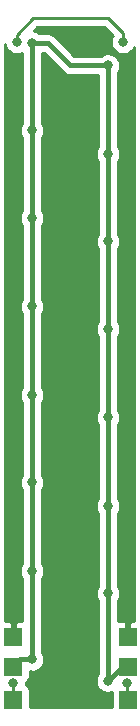
<source format=gbr>
G04 #@! TF.GenerationSoftware,KiCad,Pcbnew,(5.1.6)-1*
G04 #@! TF.CreationDate,2020-08-07T11:21:43-04:00*
G04 #@! TF.ProjectId,daftPunk,64616674-5075-46e6-9b2e-6b696361645f,rev?*
G04 #@! TF.SameCoordinates,Original*
G04 #@! TF.FileFunction,Copper,L2,Bot*
G04 #@! TF.FilePolarity,Positive*
%FSLAX46Y46*%
G04 Gerber Fmt 4.6, Leading zero omitted, Abs format (unit mm)*
G04 Created by KiCad (PCBNEW (5.1.6)-1) date 2020-08-07 11:21:43*
%MOMM*%
%LPD*%
G01*
G04 APERTURE LIST*
G04 #@! TA.AperFunction,SMDPad,CuDef*
%ADD10R,1.500000X1.500000*%
G04 #@! TD*
G04 #@! TA.AperFunction,ViaPad*
%ADD11C,0.800000*%
G04 #@! TD*
G04 #@! TA.AperFunction,Conductor*
%ADD12C,0.250000*%
G04 #@! TD*
G04 #@! TA.AperFunction,Conductor*
%ADD13C,0.400000*%
G04 #@! TD*
G04 #@! TA.AperFunction,Conductor*
%ADD14C,0.254000*%
G04 #@! TD*
G04 APERTURE END LIST*
D10*
X146600000Y-85200000D03*
X146600000Y-88000000D03*
X146600000Y-82700000D03*
X156300000Y-85200000D03*
X156300000Y-88000000D03*
X156300000Y-82700000D03*
D11*
X146600000Y-86600000D03*
X146600000Y-70600000D03*
X156200000Y-70700000D03*
X146600000Y-63200000D03*
X156200000Y-63300000D03*
X146600000Y-55700000D03*
X156200000Y-55800000D03*
X146600000Y-48200000D03*
X156200000Y-48300000D03*
X146600000Y-40600000D03*
X156200000Y-40700000D03*
X146700000Y-33700000D03*
X156300000Y-33800000D03*
X151400000Y-87900000D03*
X151400000Y-83000000D03*
X151400000Y-80500000D03*
X151400000Y-75600000D03*
X151400000Y-73000000D03*
X151400000Y-68100000D03*
X151400000Y-65500000D03*
X151400000Y-60700000D03*
X151400000Y-58100000D03*
X151400000Y-53200000D03*
X151400000Y-50600000D03*
X151400000Y-45700000D03*
X151400000Y-43200000D03*
X151400000Y-38300000D03*
X151400000Y-35800000D03*
X151400000Y-31400000D03*
X146600000Y-78000000D03*
X156200000Y-78100000D03*
X148200000Y-84600000D03*
X148200000Y-77100000D03*
X148200000Y-69600000D03*
X148200000Y-62200000D03*
X148200000Y-54700000D03*
X148200000Y-47200000D03*
X148200000Y-39800000D03*
X148200000Y-32400000D03*
X154600000Y-34300000D03*
X154600000Y-41800000D03*
X154600000Y-49200000D03*
X154600000Y-56600000D03*
X154600000Y-64100000D03*
X154600000Y-71600000D03*
X154600000Y-79000000D03*
X154600000Y-86400000D03*
X146900000Y-32300000D03*
X155900000Y-32300000D03*
X156200000Y-86600000D03*
D12*
X146600000Y-86600000D02*
X146600000Y-87900000D01*
D13*
X148200000Y-84600000D02*
X148200000Y-77100000D01*
X148200000Y-77100000D02*
X148200000Y-69600000D01*
X148200000Y-69600000D02*
X148200000Y-62200000D01*
X148200000Y-62200000D02*
X148200000Y-54700000D01*
X148200000Y-54700000D02*
X148200000Y-47200000D01*
X148200000Y-47200000D02*
X148200000Y-39800000D01*
X148200000Y-39800000D02*
X148200000Y-32400000D01*
X148200000Y-32400000D02*
X149500000Y-32400000D01*
X151400000Y-34300000D02*
X154600000Y-34300000D01*
X149500000Y-32400000D02*
X151400000Y-34300000D01*
X154600000Y-34300000D02*
X154600000Y-41800000D01*
X154600000Y-41800000D02*
X154600000Y-49200000D01*
X154600000Y-49200000D02*
X154600000Y-56600000D01*
X154600000Y-56600000D02*
X154600000Y-64100000D01*
X154600000Y-64100000D02*
X154600000Y-71600000D01*
X154600000Y-71600000D02*
X154600000Y-79000000D01*
X154600000Y-79000000D02*
X154600000Y-86400000D01*
X147200000Y-84600000D02*
X146600000Y-85200000D01*
X148200000Y-84600000D02*
X147200000Y-84600000D01*
X155800000Y-85200000D02*
X154600000Y-86400000D01*
X156300000Y-85200000D02*
X155800000Y-85200000D01*
D12*
X146900000Y-32300000D02*
X146900000Y-31700000D01*
X146900000Y-31700000D02*
X148300000Y-30300000D01*
X148300000Y-30300000D02*
X154600000Y-30300000D01*
X155900000Y-31600000D02*
X155900000Y-32300000D01*
X154600000Y-30300000D02*
X155900000Y-31600000D01*
X156200000Y-86500000D02*
X156200000Y-87900000D01*
D14*
G36*
X150780563Y-34861432D02*
G01*
X150806709Y-34893291D01*
X150933854Y-34997636D01*
X151078913Y-35075172D01*
X151236311Y-35122918D01*
X151358981Y-35135000D01*
X151358982Y-35135000D01*
X151400000Y-35139040D01*
X151441018Y-35135000D01*
X153765000Y-35135000D01*
X153765001Y-41186714D01*
X153682795Y-41309744D01*
X153604774Y-41498102D01*
X153565000Y-41698061D01*
X153565000Y-41901939D01*
X153604774Y-42101898D01*
X153682795Y-42290256D01*
X153765000Y-42413285D01*
X153765001Y-48586714D01*
X153682795Y-48709744D01*
X153604774Y-48898102D01*
X153565000Y-49098061D01*
X153565000Y-49301939D01*
X153604774Y-49501898D01*
X153682795Y-49690256D01*
X153765000Y-49813285D01*
X153765001Y-55986714D01*
X153682795Y-56109744D01*
X153604774Y-56298102D01*
X153565000Y-56498061D01*
X153565000Y-56701939D01*
X153604774Y-56901898D01*
X153682795Y-57090256D01*
X153765000Y-57213285D01*
X153765001Y-63486714D01*
X153682795Y-63609744D01*
X153604774Y-63798102D01*
X153565000Y-63998061D01*
X153565000Y-64201939D01*
X153604774Y-64401898D01*
X153682795Y-64590256D01*
X153765000Y-64713285D01*
X153765001Y-70986714D01*
X153682795Y-71109744D01*
X153604774Y-71298102D01*
X153565000Y-71498061D01*
X153565000Y-71701939D01*
X153604774Y-71901898D01*
X153682795Y-72090256D01*
X153765000Y-72213285D01*
X153765001Y-78386714D01*
X153682795Y-78509744D01*
X153604774Y-78698102D01*
X153565000Y-78898061D01*
X153565000Y-79101939D01*
X153604774Y-79301898D01*
X153682795Y-79490256D01*
X153765000Y-79613285D01*
X153765001Y-85786714D01*
X153682795Y-85909744D01*
X153604774Y-86098102D01*
X153565000Y-86298061D01*
X153565000Y-86501939D01*
X153604774Y-86701898D01*
X153682795Y-86890256D01*
X153796063Y-87059774D01*
X153940226Y-87203937D01*
X154109744Y-87317205D01*
X154298102Y-87395226D01*
X154498061Y-87435000D01*
X154701939Y-87435000D01*
X154901898Y-87395226D01*
X154911928Y-87391071D01*
X154911928Y-88640000D01*
X147988072Y-88640000D01*
X147988072Y-87250000D01*
X147975812Y-87125518D01*
X147939502Y-87005820D01*
X147880537Y-86895506D01*
X147801185Y-86798815D01*
X147704494Y-86719463D01*
X147635000Y-86682317D01*
X147635000Y-86517683D01*
X147704494Y-86480537D01*
X147801185Y-86401185D01*
X147880537Y-86304494D01*
X147939502Y-86194180D01*
X147975812Y-86074482D01*
X147988072Y-85950000D01*
X147988072Y-85613122D01*
X148098061Y-85635000D01*
X148301939Y-85635000D01*
X148501898Y-85595226D01*
X148690256Y-85517205D01*
X148859774Y-85403937D01*
X149003937Y-85259774D01*
X149117205Y-85090256D01*
X149195226Y-84901898D01*
X149235000Y-84701939D01*
X149235000Y-84498061D01*
X149195226Y-84298102D01*
X149117205Y-84109744D01*
X149035000Y-83986715D01*
X149035000Y-77713285D01*
X149117205Y-77590256D01*
X149195226Y-77401898D01*
X149235000Y-77201939D01*
X149235000Y-76998061D01*
X149195226Y-76798102D01*
X149117205Y-76609744D01*
X149035000Y-76486715D01*
X149035000Y-70213285D01*
X149117205Y-70090256D01*
X149195226Y-69901898D01*
X149235000Y-69701939D01*
X149235000Y-69498061D01*
X149195226Y-69298102D01*
X149117205Y-69109744D01*
X149035000Y-68986715D01*
X149035000Y-62813285D01*
X149117205Y-62690256D01*
X149195226Y-62501898D01*
X149235000Y-62301939D01*
X149235000Y-62098061D01*
X149195226Y-61898102D01*
X149117205Y-61709744D01*
X149035000Y-61586715D01*
X149035000Y-55313285D01*
X149117205Y-55190256D01*
X149195226Y-55001898D01*
X149235000Y-54801939D01*
X149235000Y-54598061D01*
X149195226Y-54398102D01*
X149117205Y-54209744D01*
X149035000Y-54086715D01*
X149035000Y-47813285D01*
X149117205Y-47690256D01*
X149195226Y-47501898D01*
X149235000Y-47301939D01*
X149235000Y-47098061D01*
X149195226Y-46898102D01*
X149117205Y-46709744D01*
X149035000Y-46586715D01*
X149035000Y-40413285D01*
X149117205Y-40290256D01*
X149195226Y-40101898D01*
X149235000Y-39901939D01*
X149235000Y-39698061D01*
X149195226Y-39498102D01*
X149117205Y-39309744D01*
X149035000Y-39186715D01*
X149035000Y-33235000D01*
X149154133Y-33235000D01*
X150780563Y-34861432D01*
G37*
X150780563Y-34861432D02*
X150806709Y-34893291D01*
X150933854Y-34997636D01*
X151078913Y-35075172D01*
X151236311Y-35122918D01*
X151358981Y-35135000D01*
X151358982Y-35135000D01*
X151400000Y-35139040D01*
X151441018Y-35135000D01*
X153765000Y-35135000D01*
X153765001Y-41186714D01*
X153682795Y-41309744D01*
X153604774Y-41498102D01*
X153565000Y-41698061D01*
X153565000Y-41901939D01*
X153604774Y-42101898D01*
X153682795Y-42290256D01*
X153765000Y-42413285D01*
X153765001Y-48586714D01*
X153682795Y-48709744D01*
X153604774Y-48898102D01*
X153565000Y-49098061D01*
X153565000Y-49301939D01*
X153604774Y-49501898D01*
X153682795Y-49690256D01*
X153765000Y-49813285D01*
X153765001Y-55986714D01*
X153682795Y-56109744D01*
X153604774Y-56298102D01*
X153565000Y-56498061D01*
X153565000Y-56701939D01*
X153604774Y-56901898D01*
X153682795Y-57090256D01*
X153765000Y-57213285D01*
X153765001Y-63486714D01*
X153682795Y-63609744D01*
X153604774Y-63798102D01*
X153565000Y-63998061D01*
X153565000Y-64201939D01*
X153604774Y-64401898D01*
X153682795Y-64590256D01*
X153765000Y-64713285D01*
X153765001Y-70986714D01*
X153682795Y-71109744D01*
X153604774Y-71298102D01*
X153565000Y-71498061D01*
X153565000Y-71701939D01*
X153604774Y-71901898D01*
X153682795Y-72090256D01*
X153765000Y-72213285D01*
X153765001Y-78386714D01*
X153682795Y-78509744D01*
X153604774Y-78698102D01*
X153565000Y-78898061D01*
X153565000Y-79101939D01*
X153604774Y-79301898D01*
X153682795Y-79490256D01*
X153765000Y-79613285D01*
X153765001Y-85786714D01*
X153682795Y-85909744D01*
X153604774Y-86098102D01*
X153565000Y-86298061D01*
X153565000Y-86501939D01*
X153604774Y-86701898D01*
X153682795Y-86890256D01*
X153796063Y-87059774D01*
X153940226Y-87203937D01*
X154109744Y-87317205D01*
X154298102Y-87395226D01*
X154498061Y-87435000D01*
X154701939Y-87435000D01*
X154901898Y-87395226D01*
X154911928Y-87391071D01*
X154911928Y-88640000D01*
X147988072Y-88640000D01*
X147988072Y-87250000D01*
X147975812Y-87125518D01*
X147939502Y-87005820D01*
X147880537Y-86895506D01*
X147801185Y-86798815D01*
X147704494Y-86719463D01*
X147635000Y-86682317D01*
X147635000Y-86517683D01*
X147704494Y-86480537D01*
X147801185Y-86401185D01*
X147880537Y-86304494D01*
X147939502Y-86194180D01*
X147975812Y-86074482D01*
X147988072Y-85950000D01*
X147988072Y-85613122D01*
X148098061Y-85635000D01*
X148301939Y-85635000D01*
X148501898Y-85595226D01*
X148690256Y-85517205D01*
X148859774Y-85403937D01*
X149003937Y-85259774D01*
X149117205Y-85090256D01*
X149195226Y-84901898D01*
X149235000Y-84701939D01*
X149235000Y-84498061D01*
X149195226Y-84298102D01*
X149117205Y-84109744D01*
X149035000Y-83986715D01*
X149035000Y-77713285D01*
X149117205Y-77590256D01*
X149195226Y-77401898D01*
X149235000Y-77201939D01*
X149235000Y-76998061D01*
X149195226Y-76798102D01*
X149117205Y-76609744D01*
X149035000Y-76486715D01*
X149035000Y-70213285D01*
X149117205Y-70090256D01*
X149195226Y-69901898D01*
X149235000Y-69701939D01*
X149235000Y-69498061D01*
X149195226Y-69298102D01*
X149117205Y-69109744D01*
X149035000Y-68986715D01*
X149035000Y-62813285D01*
X149117205Y-62690256D01*
X149195226Y-62501898D01*
X149235000Y-62301939D01*
X149235000Y-62098061D01*
X149195226Y-61898102D01*
X149117205Y-61709744D01*
X149035000Y-61586715D01*
X149035000Y-55313285D01*
X149117205Y-55190256D01*
X149195226Y-55001898D01*
X149235000Y-54801939D01*
X149235000Y-54598061D01*
X149195226Y-54398102D01*
X149117205Y-54209744D01*
X149035000Y-54086715D01*
X149035000Y-47813285D01*
X149117205Y-47690256D01*
X149195226Y-47501898D01*
X149235000Y-47301939D01*
X149235000Y-47098061D01*
X149195226Y-46898102D01*
X149117205Y-46709744D01*
X149035000Y-46586715D01*
X149035000Y-40413285D01*
X149117205Y-40290256D01*
X149195226Y-40101898D01*
X149235000Y-39901939D01*
X149235000Y-39698061D01*
X149195226Y-39498102D01*
X149117205Y-39309744D01*
X149035000Y-39186715D01*
X149035000Y-33235000D01*
X149154133Y-33235000D01*
X150780563Y-34861432D01*
G36*
X155003682Y-31778484D02*
G01*
X154982795Y-31809744D01*
X154904774Y-31998102D01*
X154865000Y-32198061D01*
X154865000Y-32401939D01*
X154904774Y-32601898D01*
X154982795Y-32790256D01*
X155096063Y-32959774D01*
X155240226Y-33103937D01*
X155409744Y-33217205D01*
X155598102Y-33295226D01*
X155798061Y-33335000D01*
X156001939Y-33335000D01*
X156201898Y-33295226D01*
X156390256Y-33217205D01*
X156559774Y-33103937D01*
X156703937Y-32959774D01*
X156817205Y-32790256D01*
X156840000Y-32735224D01*
X156840001Y-81313318D01*
X156585750Y-81315000D01*
X156427000Y-81473750D01*
X156427000Y-82573000D01*
X156447000Y-82573000D01*
X156447000Y-82827000D01*
X156427000Y-82827000D01*
X156427000Y-82847000D01*
X156173000Y-82847000D01*
X156173000Y-82827000D01*
X156153000Y-82827000D01*
X156153000Y-82573000D01*
X156173000Y-82573000D01*
X156173000Y-81473750D01*
X156014250Y-81315000D01*
X155550000Y-81311928D01*
X155435000Y-81323254D01*
X155435000Y-79613285D01*
X155517205Y-79490256D01*
X155595226Y-79301898D01*
X155635000Y-79101939D01*
X155635000Y-78898061D01*
X155595226Y-78698102D01*
X155517205Y-78509744D01*
X155435000Y-78386715D01*
X155435000Y-72213285D01*
X155517205Y-72090256D01*
X155595226Y-71901898D01*
X155635000Y-71701939D01*
X155635000Y-71498061D01*
X155595226Y-71298102D01*
X155517205Y-71109744D01*
X155435000Y-70986715D01*
X155435000Y-64713285D01*
X155517205Y-64590256D01*
X155595226Y-64401898D01*
X155635000Y-64201939D01*
X155635000Y-63998061D01*
X155595226Y-63798102D01*
X155517205Y-63609744D01*
X155435000Y-63486715D01*
X155435000Y-57213285D01*
X155517205Y-57090256D01*
X155595226Y-56901898D01*
X155635000Y-56701939D01*
X155635000Y-56498061D01*
X155595226Y-56298102D01*
X155517205Y-56109744D01*
X155435000Y-55986715D01*
X155435000Y-49813285D01*
X155517205Y-49690256D01*
X155595226Y-49501898D01*
X155635000Y-49301939D01*
X155635000Y-49098061D01*
X155595226Y-48898102D01*
X155517205Y-48709744D01*
X155435000Y-48586715D01*
X155435000Y-42413285D01*
X155517205Y-42290256D01*
X155595226Y-42101898D01*
X155635000Y-41901939D01*
X155635000Y-41698061D01*
X155595226Y-41498102D01*
X155517205Y-41309744D01*
X155435000Y-41186715D01*
X155435000Y-34913285D01*
X155517205Y-34790256D01*
X155595226Y-34601898D01*
X155635000Y-34401939D01*
X155635000Y-34198061D01*
X155595226Y-33998102D01*
X155517205Y-33809744D01*
X155403937Y-33640226D01*
X155259774Y-33496063D01*
X155090256Y-33382795D01*
X154901898Y-33304774D01*
X154701939Y-33265000D01*
X154498061Y-33265000D01*
X154298102Y-33304774D01*
X154109744Y-33382795D01*
X153986715Y-33465000D01*
X151745869Y-33465000D01*
X150119446Y-31838579D01*
X150093291Y-31806709D01*
X149966146Y-31702364D01*
X149821087Y-31624828D01*
X149663689Y-31577082D01*
X149541019Y-31565000D01*
X149541018Y-31565000D01*
X149500000Y-31560960D01*
X149458982Y-31565000D01*
X148813285Y-31565000D01*
X148690256Y-31482795D01*
X148501898Y-31404774D01*
X148308497Y-31366304D01*
X148614802Y-31060000D01*
X154285199Y-31060000D01*
X155003682Y-31778484D01*
G37*
X155003682Y-31778484D02*
X154982795Y-31809744D01*
X154904774Y-31998102D01*
X154865000Y-32198061D01*
X154865000Y-32401939D01*
X154904774Y-32601898D01*
X154982795Y-32790256D01*
X155096063Y-32959774D01*
X155240226Y-33103937D01*
X155409744Y-33217205D01*
X155598102Y-33295226D01*
X155798061Y-33335000D01*
X156001939Y-33335000D01*
X156201898Y-33295226D01*
X156390256Y-33217205D01*
X156559774Y-33103937D01*
X156703937Y-32959774D01*
X156817205Y-32790256D01*
X156840000Y-32735224D01*
X156840001Y-81313318D01*
X156585750Y-81315000D01*
X156427000Y-81473750D01*
X156427000Y-82573000D01*
X156447000Y-82573000D01*
X156447000Y-82827000D01*
X156427000Y-82827000D01*
X156427000Y-82847000D01*
X156173000Y-82847000D01*
X156173000Y-82827000D01*
X156153000Y-82827000D01*
X156153000Y-82573000D01*
X156173000Y-82573000D01*
X156173000Y-81473750D01*
X156014250Y-81315000D01*
X155550000Y-81311928D01*
X155435000Y-81323254D01*
X155435000Y-79613285D01*
X155517205Y-79490256D01*
X155595226Y-79301898D01*
X155635000Y-79101939D01*
X155635000Y-78898061D01*
X155595226Y-78698102D01*
X155517205Y-78509744D01*
X155435000Y-78386715D01*
X155435000Y-72213285D01*
X155517205Y-72090256D01*
X155595226Y-71901898D01*
X155635000Y-71701939D01*
X155635000Y-71498061D01*
X155595226Y-71298102D01*
X155517205Y-71109744D01*
X155435000Y-70986715D01*
X155435000Y-64713285D01*
X155517205Y-64590256D01*
X155595226Y-64401898D01*
X155635000Y-64201939D01*
X155635000Y-63998061D01*
X155595226Y-63798102D01*
X155517205Y-63609744D01*
X155435000Y-63486715D01*
X155435000Y-57213285D01*
X155517205Y-57090256D01*
X155595226Y-56901898D01*
X155635000Y-56701939D01*
X155635000Y-56498061D01*
X155595226Y-56298102D01*
X155517205Y-56109744D01*
X155435000Y-55986715D01*
X155435000Y-49813285D01*
X155517205Y-49690256D01*
X155595226Y-49501898D01*
X155635000Y-49301939D01*
X155635000Y-49098061D01*
X155595226Y-48898102D01*
X155517205Y-48709744D01*
X155435000Y-48586715D01*
X155435000Y-42413285D01*
X155517205Y-42290256D01*
X155595226Y-42101898D01*
X155635000Y-41901939D01*
X155635000Y-41698061D01*
X155595226Y-41498102D01*
X155517205Y-41309744D01*
X155435000Y-41186715D01*
X155435000Y-34913285D01*
X155517205Y-34790256D01*
X155595226Y-34601898D01*
X155635000Y-34401939D01*
X155635000Y-34198061D01*
X155595226Y-33998102D01*
X155517205Y-33809744D01*
X155403937Y-33640226D01*
X155259774Y-33496063D01*
X155090256Y-33382795D01*
X154901898Y-33304774D01*
X154701939Y-33265000D01*
X154498061Y-33265000D01*
X154298102Y-33304774D01*
X154109744Y-33382795D01*
X153986715Y-33465000D01*
X151745869Y-33465000D01*
X150119446Y-31838579D01*
X150093291Y-31806709D01*
X149966146Y-31702364D01*
X149821087Y-31624828D01*
X149663689Y-31577082D01*
X149541019Y-31565000D01*
X149541018Y-31565000D01*
X149500000Y-31560960D01*
X149458982Y-31565000D01*
X148813285Y-31565000D01*
X148690256Y-31482795D01*
X148501898Y-31404774D01*
X148308497Y-31366304D01*
X148614802Y-31060000D01*
X154285199Y-31060000D01*
X155003682Y-31778484D01*
G36*
X145904774Y-32601898D02*
G01*
X145982795Y-32790256D01*
X146096063Y-32959774D01*
X146240226Y-33103937D01*
X146409744Y-33217205D01*
X146598102Y-33295226D01*
X146798061Y-33335000D01*
X147001939Y-33335000D01*
X147201898Y-33295226D01*
X147365001Y-33227666D01*
X147365000Y-39186715D01*
X147282795Y-39309744D01*
X147204774Y-39498102D01*
X147165000Y-39698061D01*
X147165000Y-39901939D01*
X147204774Y-40101898D01*
X147282795Y-40290256D01*
X147365001Y-40413286D01*
X147365000Y-46586715D01*
X147282795Y-46709744D01*
X147204774Y-46898102D01*
X147165000Y-47098061D01*
X147165000Y-47301939D01*
X147204774Y-47501898D01*
X147282795Y-47690256D01*
X147365001Y-47813286D01*
X147365000Y-54086715D01*
X147282795Y-54209744D01*
X147204774Y-54398102D01*
X147165000Y-54598061D01*
X147165000Y-54801939D01*
X147204774Y-55001898D01*
X147282795Y-55190256D01*
X147365001Y-55313286D01*
X147365000Y-61586715D01*
X147282795Y-61709744D01*
X147204774Y-61898102D01*
X147165000Y-62098061D01*
X147165000Y-62301939D01*
X147204774Y-62501898D01*
X147282795Y-62690256D01*
X147365001Y-62813286D01*
X147365000Y-68986715D01*
X147282795Y-69109744D01*
X147204774Y-69298102D01*
X147165000Y-69498061D01*
X147165000Y-69701939D01*
X147204774Y-69901898D01*
X147282795Y-70090256D01*
X147365001Y-70213286D01*
X147365000Y-76486715D01*
X147282795Y-76609744D01*
X147204774Y-76798102D01*
X147165000Y-76998061D01*
X147165000Y-77201939D01*
X147204774Y-77401898D01*
X147282795Y-77590256D01*
X147365001Y-77713286D01*
X147365000Y-81313405D01*
X147350000Y-81311928D01*
X146885750Y-81315000D01*
X146727000Y-81473750D01*
X146727000Y-82573000D01*
X146747000Y-82573000D01*
X146747000Y-82827000D01*
X146727000Y-82827000D01*
X146727000Y-82847000D01*
X146473000Y-82847000D01*
X146473000Y-82827000D01*
X146453000Y-82827000D01*
X146453000Y-82573000D01*
X146473000Y-82573000D01*
X146473000Y-81473750D01*
X146314250Y-81315000D01*
X145880000Y-81312127D01*
X145880000Y-32477350D01*
X145904774Y-32601898D01*
G37*
X145904774Y-32601898D02*
X145982795Y-32790256D01*
X146096063Y-32959774D01*
X146240226Y-33103937D01*
X146409744Y-33217205D01*
X146598102Y-33295226D01*
X146798061Y-33335000D01*
X147001939Y-33335000D01*
X147201898Y-33295226D01*
X147365001Y-33227666D01*
X147365000Y-39186715D01*
X147282795Y-39309744D01*
X147204774Y-39498102D01*
X147165000Y-39698061D01*
X147165000Y-39901939D01*
X147204774Y-40101898D01*
X147282795Y-40290256D01*
X147365001Y-40413286D01*
X147365000Y-46586715D01*
X147282795Y-46709744D01*
X147204774Y-46898102D01*
X147165000Y-47098061D01*
X147165000Y-47301939D01*
X147204774Y-47501898D01*
X147282795Y-47690256D01*
X147365001Y-47813286D01*
X147365000Y-54086715D01*
X147282795Y-54209744D01*
X147204774Y-54398102D01*
X147165000Y-54598061D01*
X147165000Y-54801939D01*
X147204774Y-55001898D01*
X147282795Y-55190256D01*
X147365001Y-55313286D01*
X147365000Y-61586715D01*
X147282795Y-61709744D01*
X147204774Y-61898102D01*
X147165000Y-62098061D01*
X147165000Y-62301939D01*
X147204774Y-62501898D01*
X147282795Y-62690256D01*
X147365001Y-62813286D01*
X147365000Y-68986715D01*
X147282795Y-69109744D01*
X147204774Y-69298102D01*
X147165000Y-69498061D01*
X147165000Y-69701939D01*
X147204774Y-69901898D01*
X147282795Y-70090256D01*
X147365001Y-70213286D01*
X147365000Y-76486715D01*
X147282795Y-76609744D01*
X147204774Y-76798102D01*
X147165000Y-76998061D01*
X147165000Y-77201939D01*
X147204774Y-77401898D01*
X147282795Y-77590256D01*
X147365001Y-77713286D01*
X147365000Y-81313405D01*
X147350000Y-81311928D01*
X146885750Y-81315000D01*
X146727000Y-81473750D01*
X146727000Y-82573000D01*
X146747000Y-82573000D01*
X146747000Y-82827000D01*
X146727000Y-82827000D01*
X146727000Y-82847000D01*
X146473000Y-82847000D01*
X146473000Y-82827000D01*
X146453000Y-82827000D01*
X146453000Y-82573000D01*
X146473000Y-82573000D01*
X146473000Y-81473750D01*
X146314250Y-81315000D01*
X145880000Y-81312127D01*
X145880000Y-32477350D01*
X145904774Y-32601898D01*
M02*

</source>
